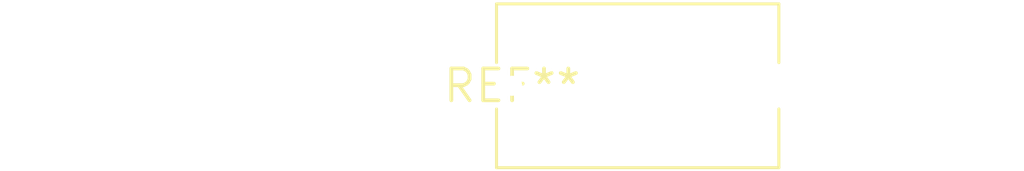
<source format=kicad_pcb>
(kicad_pcb (version 20240108) (generator pcbnew)
  (layers (0 "F.Cu" signal) (31 "B.Cu" signal) (34 "B.Paste" user) (35 "F.Paste" user) (36 "B.SilkS" user "B.Silkscreen") (37 "F.SilkS" user "F.Silkscreen") (38 "B.Mask" user) (39 "F.Mask" user) (44 "Edge.Cuts" user))
  (net 0 "")
  (footprint "C_Rect_L11.0mm_W6.3mm_P10.00mm_MKT" (layer "F.Cu") (at 0 0)
    (property "Reference" "REF**")
    (property "Value" "C_Rect_L11.0mm_W6.3mm_P10.00mm_MKT")
    (fp_line (start -0.62 -3.27) (end -0.62 -0.925) (layer "F.SilkS") (stroke (width 0.12)))
    (fp_line (start -0.62 -3.27) (end 10.62 -3.27) (layer "F.SilkS") (stroke (width 0.12)))
    (fp_line (start -0.62 0.925) (end -0.62 3.27) (layer "F.SilkS") (stroke (width 0.12)))
    (fp_line (start -0.62 3.27) (end 10.62 3.27) (layer "F.SilkS") (stroke (width 0.12)))
    (fp_line (start 10.62 -3.27) (end 10.62 -0.925) (layer "F.SilkS") (stroke (width 0.12)))
    (fp_line (start 10.62 0.925) (end 10.62 3.27) (layer "F.SilkS") (stroke (width 0.12)))
    (pad "1" thru_hole circle (at 0 0) (size 1.6 1.6) (drill 0.8) (layers *.Cu *.Mask) (remove_unused_layers))
    (pad "2" thru_hole circle (at 10 0) (size 1.6 1.6) (drill 0.8) (layers *.Cu *.Mask) (remove_unused_layers))
  )
)
</source>
